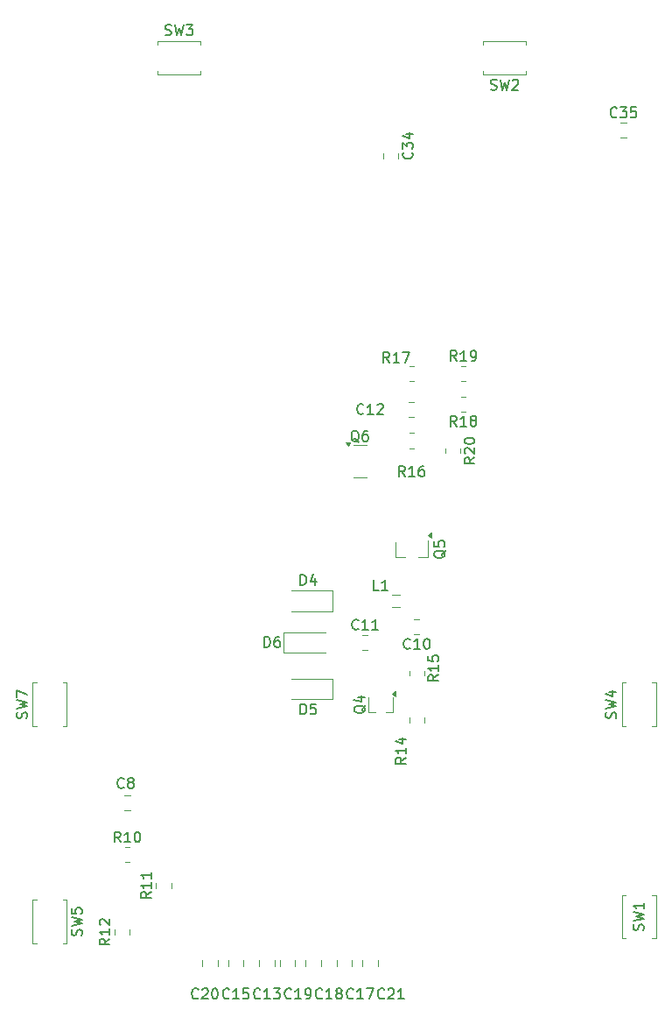
<source format=gbr>
%TF.GenerationSoftware,KiCad,Pcbnew,9.0.6*%
%TF.CreationDate,2025-11-23T22:18:04-05:00*%
%TF.ProjectId,EPD_HUB_ESP32,4550445f-4855-4425-9f45-535033322e6b,rev?*%
%TF.SameCoordinates,Original*%
%TF.FileFunction,Legend,Top*%
%TF.FilePolarity,Positive*%
%FSLAX46Y46*%
G04 Gerber Fmt 4.6, Leading zero omitted, Abs format (unit mm)*
G04 Created by KiCad (PCBNEW 9.0.6) date 2025-11-23 22:18:04*
%MOMM*%
%LPD*%
G01*
G04 APERTURE LIST*
%ADD10C,0.150000*%
%ADD11C,0.120000*%
G04 APERTURE END LIST*
D10*
X122605507Y-44757200D02*
X122748364Y-44804819D01*
X122748364Y-44804819D02*
X122986459Y-44804819D01*
X122986459Y-44804819D02*
X123081697Y-44757200D01*
X123081697Y-44757200D02*
X123129316Y-44709580D01*
X123129316Y-44709580D02*
X123176935Y-44614342D01*
X123176935Y-44614342D02*
X123176935Y-44519104D01*
X123176935Y-44519104D02*
X123129316Y-44423866D01*
X123129316Y-44423866D02*
X123081697Y-44376247D01*
X123081697Y-44376247D02*
X122986459Y-44328628D01*
X122986459Y-44328628D02*
X122795983Y-44281009D01*
X122795983Y-44281009D02*
X122700745Y-44233390D01*
X122700745Y-44233390D02*
X122653126Y-44185771D01*
X122653126Y-44185771D02*
X122605507Y-44090533D01*
X122605507Y-44090533D02*
X122605507Y-43995295D01*
X122605507Y-43995295D02*
X122653126Y-43900057D01*
X122653126Y-43900057D02*
X122700745Y-43852438D01*
X122700745Y-43852438D02*
X122795983Y-43804819D01*
X122795983Y-43804819D02*
X123034078Y-43804819D01*
X123034078Y-43804819D02*
X123176935Y-43852438D01*
X123510269Y-43804819D02*
X123748364Y-44804819D01*
X123748364Y-44804819D02*
X123938840Y-44090533D01*
X123938840Y-44090533D02*
X124129316Y-44804819D01*
X124129316Y-44804819D02*
X124367412Y-43804819D01*
X124653126Y-43804819D02*
X125272173Y-43804819D01*
X125272173Y-43804819D02*
X124938840Y-44185771D01*
X124938840Y-44185771D02*
X125081697Y-44185771D01*
X125081697Y-44185771D02*
X125176935Y-44233390D01*
X125176935Y-44233390D02*
X125224554Y-44281009D01*
X125224554Y-44281009D02*
X125272173Y-44376247D01*
X125272173Y-44376247D02*
X125272173Y-44614342D01*
X125272173Y-44614342D02*
X125224554Y-44709580D01*
X125224554Y-44709580D02*
X125176935Y-44757200D01*
X125176935Y-44757200D02*
X125081697Y-44804819D01*
X125081697Y-44804819D02*
X124795983Y-44804819D01*
X124795983Y-44804819D02*
X124700745Y-44757200D01*
X124700745Y-44757200D02*
X124653126Y-44709580D01*
X109196040Y-110833332D02*
X109243659Y-110690475D01*
X109243659Y-110690475D02*
X109243659Y-110452380D01*
X109243659Y-110452380D02*
X109196040Y-110357142D01*
X109196040Y-110357142D02*
X109148420Y-110309523D01*
X109148420Y-110309523D02*
X109053182Y-110261904D01*
X109053182Y-110261904D02*
X108957944Y-110261904D01*
X108957944Y-110261904D02*
X108862706Y-110309523D01*
X108862706Y-110309523D02*
X108815087Y-110357142D01*
X108815087Y-110357142D02*
X108767468Y-110452380D01*
X108767468Y-110452380D02*
X108719849Y-110642856D01*
X108719849Y-110642856D02*
X108672230Y-110738094D01*
X108672230Y-110738094D02*
X108624611Y-110785713D01*
X108624611Y-110785713D02*
X108529373Y-110833332D01*
X108529373Y-110833332D02*
X108434135Y-110833332D01*
X108434135Y-110833332D02*
X108338897Y-110785713D01*
X108338897Y-110785713D02*
X108291278Y-110738094D01*
X108291278Y-110738094D02*
X108243659Y-110642856D01*
X108243659Y-110642856D02*
X108243659Y-110404761D01*
X108243659Y-110404761D02*
X108291278Y-110261904D01*
X108243659Y-109928570D02*
X109243659Y-109690475D01*
X109243659Y-109690475D02*
X108529373Y-109499999D01*
X108529373Y-109499999D02*
X109243659Y-109309523D01*
X109243659Y-109309523D02*
X108243659Y-109071428D01*
X108243659Y-108785713D02*
X108243659Y-108119047D01*
X108243659Y-108119047D02*
X109243659Y-108547618D01*
X114496040Y-131833332D02*
X114543659Y-131690475D01*
X114543659Y-131690475D02*
X114543659Y-131452380D01*
X114543659Y-131452380D02*
X114496040Y-131357142D01*
X114496040Y-131357142D02*
X114448420Y-131309523D01*
X114448420Y-131309523D02*
X114353182Y-131261904D01*
X114353182Y-131261904D02*
X114257944Y-131261904D01*
X114257944Y-131261904D02*
X114162706Y-131309523D01*
X114162706Y-131309523D02*
X114115087Y-131357142D01*
X114115087Y-131357142D02*
X114067468Y-131452380D01*
X114067468Y-131452380D02*
X114019849Y-131642856D01*
X114019849Y-131642856D02*
X113972230Y-131738094D01*
X113972230Y-131738094D02*
X113924611Y-131785713D01*
X113924611Y-131785713D02*
X113829373Y-131833332D01*
X113829373Y-131833332D02*
X113734135Y-131833332D01*
X113734135Y-131833332D02*
X113638897Y-131785713D01*
X113638897Y-131785713D02*
X113591278Y-131738094D01*
X113591278Y-131738094D02*
X113543659Y-131642856D01*
X113543659Y-131642856D02*
X113543659Y-131404761D01*
X113543659Y-131404761D02*
X113591278Y-131261904D01*
X113543659Y-130928570D02*
X114543659Y-130690475D01*
X114543659Y-130690475D02*
X113829373Y-130499999D01*
X113829373Y-130499999D02*
X114543659Y-130309523D01*
X114543659Y-130309523D02*
X113543659Y-130071428D01*
X113543659Y-129214285D02*
X113543659Y-129690475D01*
X113543659Y-129690475D02*
X114019849Y-129738094D01*
X114019849Y-129738094D02*
X113972230Y-129690475D01*
X113972230Y-129690475D02*
X113924611Y-129595237D01*
X113924611Y-129595237D02*
X113924611Y-129357142D01*
X113924611Y-129357142D02*
X113972230Y-129261904D01*
X113972230Y-129261904D02*
X114019849Y-129214285D01*
X114019849Y-129214285D02*
X114115087Y-129166666D01*
X114115087Y-129166666D02*
X114353182Y-129166666D01*
X114353182Y-129166666D02*
X114448420Y-129214285D01*
X114448420Y-129214285D02*
X114496040Y-129261904D01*
X114496040Y-129261904D02*
X114543659Y-129357142D01*
X114543659Y-129357142D02*
X114543659Y-129595237D01*
X114543659Y-129595237D02*
X114496040Y-129690475D01*
X114496040Y-129690475D02*
X114448420Y-129738094D01*
X166196040Y-110833332D02*
X166243659Y-110690475D01*
X166243659Y-110690475D02*
X166243659Y-110452380D01*
X166243659Y-110452380D02*
X166196040Y-110357142D01*
X166196040Y-110357142D02*
X166148420Y-110309523D01*
X166148420Y-110309523D02*
X166053182Y-110261904D01*
X166053182Y-110261904D02*
X165957944Y-110261904D01*
X165957944Y-110261904D02*
X165862706Y-110309523D01*
X165862706Y-110309523D02*
X165815087Y-110357142D01*
X165815087Y-110357142D02*
X165767468Y-110452380D01*
X165767468Y-110452380D02*
X165719849Y-110642856D01*
X165719849Y-110642856D02*
X165672230Y-110738094D01*
X165672230Y-110738094D02*
X165624611Y-110785713D01*
X165624611Y-110785713D02*
X165529373Y-110833332D01*
X165529373Y-110833332D02*
X165434135Y-110833332D01*
X165434135Y-110833332D02*
X165338897Y-110785713D01*
X165338897Y-110785713D02*
X165291278Y-110738094D01*
X165291278Y-110738094D02*
X165243659Y-110642856D01*
X165243659Y-110642856D02*
X165243659Y-110404761D01*
X165243659Y-110404761D02*
X165291278Y-110261904D01*
X165243659Y-109928570D02*
X166243659Y-109690475D01*
X166243659Y-109690475D02*
X165529373Y-109499999D01*
X165529373Y-109499999D02*
X166243659Y-109309523D01*
X166243659Y-109309523D02*
X165243659Y-109071428D01*
X165576992Y-108261904D02*
X166243659Y-108261904D01*
X165196040Y-108499999D02*
X165910325Y-108738094D01*
X165910325Y-108738094D02*
X165910325Y-108119047D01*
X154105507Y-50057200D02*
X154248364Y-50104819D01*
X154248364Y-50104819D02*
X154486459Y-50104819D01*
X154486459Y-50104819D02*
X154581697Y-50057200D01*
X154581697Y-50057200D02*
X154629316Y-50009580D01*
X154629316Y-50009580D02*
X154676935Y-49914342D01*
X154676935Y-49914342D02*
X154676935Y-49819104D01*
X154676935Y-49819104D02*
X154629316Y-49723866D01*
X154629316Y-49723866D02*
X154581697Y-49676247D01*
X154581697Y-49676247D02*
X154486459Y-49628628D01*
X154486459Y-49628628D02*
X154295983Y-49581009D01*
X154295983Y-49581009D02*
X154200745Y-49533390D01*
X154200745Y-49533390D02*
X154153126Y-49485771D01*
X154153126Y-49485771D02*
X154105507Y-49390533D01*
X154105507Y-49390533D02*
X154105507Y-49295295D01*
X154105507Y-49295295D02*
X154153126Y-49200057D01*
X154153126Y-49200057D02*
X154200745Y-49152438D01*
X154200745Y-49152438D02*
X154295983Y-49104819D01*
X154295983Y-49104819D02*
X154534078Y-49104819D01*
X154534078Y-49104819D02*
X154676935Y-49152438D01*
X155010269Y-49104819D02*
X155248364Y-50104819D01*
X155248364Y-50104819D02*
X155438840Y-49390533D01*
X155438840Y-49390533D02*
X155629316Y-50104819D01*
X155629316Y-50104819D02*
X155867412Y-49104819D01*
X156200745Y-49200057D02*
X156248364Y-49152438D01*
X156248364Y-49152438D02*
X156343602Y-49104819D01*
X156343602Y-49104819D02*
X156581697Y-49104819D01*
X156581697Y-49104819D02*
X156676935Y-49152438D01*
X156676935Y-49152438D02*
X156724554Y-49200057D01*
X156724554Y-49200057D02*
X156772173Y-49295295D01*
X156772173Y-49295295D02*
X156772173Y-49390533D01*
X156772173Y-49390533D02*
X156724554Y-49533390D01*
X156724554Y-49533390D02*
X156153126Y-50104819D01*
X156153126Y-50104819D02*
X156772173Y-50104819D01*
X168846040Y-131333332D02*
X168893659Y-131190475D01*
X168893659Y-131190475D02*
X168893659Y-130952380D01*
X168893659Y-130952380D02*
X168846040Y-130857142D01*
X168846040Y-130857142D02*
X168798420Y-130809523D01*
X168798420Y-130809523D02*
X168703182Y-130761904D01*
X168703182Y-130761904D02*
X168607944Y-130761904D01*
X168607944Y-130761904D02*
X168512706Y-130809523D01*
X168512706Y-130809523D02*
X168465087Y-130857142D01*
X168465087Y-130857142D02*
X168417468Y-130952380D01*
X168417468Y-130952380D02*
X168369849Y-131142856D01*
X168369849Y-131142856D02*
X168322230Y-131238094D01*
X168322230Y-131238094D02*
X168274611Y-131285713D01*
X168274611Y-131285713D02*
X168179373Y-131333332D01*
X168179373Y-131333332D02*
X168084135Y-131333332D01*
X168084135Y-131333332D02*
X167988897Y-131285713D01*
X167988897Y-131285713D02*
X167941278Y-131238094D01*
X167941278Y-131238094D02*
X167893659Y-131142856D01*
X167893659Y-131142856D02*
X167893659Y-130904761D01*
X167893659Y-130904761D02*
X167941278Y-130761904D01*
X167893659Y-130428570D02*
X168893659Y-130190475D01*
X168893659Y-130190475D02*
X168179373Y-129999999D01*
X168179373Y-129999999D02*
X168893659Y-129809523D01*
X168893659Y-129809523D02*
X167893659Y-129571428D01*
X168893659Y-128666666D02*
X168893659Y-129238094D01*
X168893659Y-128952380D02*
X167893659Y-128952380D01*
X167893659Y-128952380D02*
X168036516Y-129047618D01*
X168036516Y-129047618D02*
X168131754Y-129142856D01*
X168131754Y-129142856D02*
X168179373Y-129238094D01*
X149043659Y-106642857D02*
X148567468Y-106976190D01*
X149043659Y-107214285D02*
X148043659Y-107214285D01*
X148043659Y-107214285D02*
X148043659Y-106833333D01*
X148043659Y-106833333D02*
X148091278Y-106738095D01*
X148091278Y-106738095D02*
X148138897Y-106690476D01*
X148138897Y-106690476D02*
X148234135Y-106642857D01*
X148234135Y-106642857D02*
X148376992Y-106642857D01*
X148376992Y-106642857D02*
X148472230Y-106690476D01*
X148472230Y-106690476D02*
X148519849Y-106738095D01*
X148519849Y-106738095D02*
X148567468Y-106833333D01*
X148567468Y-106833333D02*
X148567468Y-107214285D01*
X149043659Y-105690476D02*
X149043659Y-106261904D01*
X149043659Y-105976190D02*
X148043659Y-105976190D01*
X148043659Y-105976190D02*
X148186516Y-106071428D01*
X148186516Y-106071428D02*
X148281754Y-106166666D01*
X148281754Y-106166666D02*
X148329373Y-106261904D01*
X148043659Y-104785714D02*
X148043659Y-105261904D01*
X148043659Y-105261904D02*
X148519849Y-105309523D01*
X148519849Y-105309523D02*
X148472230Y-105261904D01*
X148472230Y-105261904D02*
X148424611Y-105166666D01*
X148424611Y-105166666D02*
X148424611Y-104928571D01*
X148424611Y-104928571D02*
X148472230Y-104833333D01*
X148472230Y-104833333D02*
X148519849Y-104785714D01*
X148519849Y-104785714D02*
X148615087Y-104738095D01*
X148615087Y-104738095D02*
X148853182Y-104738095D01*
X148853182Y-104738095D02*
X148948420Y-104785714D01*
X148948420Y-104785714D02*
X148996040Y-104833333D01*
X148996040Y-104833333D02*
X149043659Y-104928571D01*
X149043659Y-104928571D02*
X149043659Y-105166666D01*
X149043659Y-105166666D02*
X148996040Y-105261904D01*
X148996040Y-105261904D02*
X148948420Y-105309523D01*
X141795982Y-81359580D02*
X141748363Y-81407200D01*
X141748363Y-81407200D02*
X141605506Y-81454819D01*
X141605506Y-81454819D02*
X141510268Y-81454819D01*
X141510268Y-81454819D02*
X141367411Y-81407200D01*
X141367411Y-81407200D02*
X141272173Y-81311961D01*
X141272173Y-81311961D02*
X141224554Y-81216723D01*
X141224554Y-81216723D02*
X141176935Y-81026247D01*
X141176935Y-81026247D02*
X141176935Y-80883390D01*
X141176935Y-80883390D02*
X141224554Y-80692914D01*
X141224554Y-80692914D02*
X141272173Y-80597676D01*
X141272173Y-80597676D02*
X141367411Y-80502438D01*
X141367411Y-80502438D02*
X141510268Y-80454819D01*
X141510268Y-80454819D02*
X141605506Y-80454819D01*
X141605506Y-80454819D02*
X141748363Y-80502438D01*
X141748363Y-80502438D02*
X141795982Y-80550057D01*
X142748363Y-81454819D02*
X142176935Y-81454819D01*
X142462649Y-81454819D02*
X142462649Y-80454819D01*
X142462649Y-80454819D02*
X142367411Y-80597676D01*
X142367411Y-80597676D02*
X142272173Y-80692914D01*
X142272173Y-80692914D02*
X142176935Y-80740533D01*
X143129316Y-80550057D02*
X143176935Y-80502438D01*
X143176935Y-80502438D02*
X143272173Y-80454819D01*
X143272173Y-80454819D02*
X143510268Y-80454819D01*
X143510268Y-80454819D02*
X143605506Y-80502438D01*
X143605506Y-80502438D02*
X143653125Y-80550057D01*
X143653125Y-80550057D02*
X143700744Y-80645295D01*
X143700744Y-80645295D02*
X143700744Y-80740533D01*
X143700744Y-80740533D02*
X143653125Y-80883390D01*
X143653125Y-80883390D02*
X143081697Y-81454819D01*
X143081697Y-81454819D02*
X143700744Y-81454819D01*
X135700745Y-97954819D02*
X135700745Y-96954819D01*
X135700745Y-96954819D02*
X135938840Y-96954819D01*
X135938840Y-96954819D02*
X136081697Y-97002438D01*
X136081697Y-97002438D02*
X136176935Y-97097676D01*
X136176935Y-97097676D02*
X136224554Y-97192914D01*
X136224554Y-97192914D02*
X136272173Y-97383390D01*
X136272173Y-97383390D02*
X136272173Y-97526247D01*
X136272173Y-97526247D02*
X136224554Y-97716723D01*
X136224554Y-97716723D02*
X136176935Y-97811961D01*
X136176935Y-97811961D02*
X136081697Y-97907200D01*
X136081697Y-97907200D02*
X135938840Y-97954819D01*
X135938840Y-97954819D02*
X135700745Y-97954819D01*
X137129316Y-97288152D02*
X137129316Y-97954819D01*
X136891221Y-96907200D02*
X136653126Y-97621485D01*
X136653126Y-97621485D02*
X137272173Y-97621485D01*
X141988897Y-109595238D02*
X141941278Y-109690476D01*
X141941278Y-109690476D02*
X141846040Y-109785714D01*
X141846040Y-109785714D02*
X141703182Y-109928571D01*
X141703182Y-109928571D02*
X141655563Y-110023809D01*
X141655563Y-110023809D02*
X141655563Y-110119047D01*
X141893659Y-110071428D02*
X141846040Y-110166666D01*
X141846040Y-110166666D02*
X141750801Y-110261904D01*
X141750801Y-110261904D02*
X141560325Y-110309523D01*
X141560325Y-110309523D02*
X141226992Y-110309523D01*
X141226992Y-110309523D02*
X141036516Y-110261904D01*
X141036516Y-110261904D02*
X140941278Y-110166666D01*
X140941278Y-110166666D02*
X140893659Y-110071428D01*
X140893659Y-110071428D02*
X140893659Y-109880952D01*
X140893659Y-109880952D02*
X140941278Y-109785714D01*
X140941278Y-109785714D02*
X141036516Y-109690476D01*
X141036516Y-109690476D02*
X141226992Y-109642857D01*
X141226992Y-109642857D02*
X141560325Y-109642857D01*
X141560325Y-109642857D02*
X141750801Y-109690476D01*
X141750801Y-109690476D02*
X141846040Y-109785714D01*
X141846040Y-109785714D02*
X141893659Y-109880952D01*
X141893659Y-109880952D02*
X141893659Y-110071428D01*
X141226992Y-108785714D02*
X141893659Y-108785714D01*
X140846040Y-109023809D02*
X141560325Y-109261904D01*
X141560325Y-109261904D02*
X141560325Y-108642857D01*
X145893659Y-114642857D02*
X145417468Y-114976190D01*
X145893659Y-115214285D02*
X144893659Y-115214285D01*
X144893659Y-115214285D02*
X144893659Y-114833333D01*
X144893659Y-114833333D02*
X144941278Y-114738095D01*
X144941278Y-114738095D02*
X144988897Y-114690476D01*
X144988897Y-114690476D02*
X145084135Y-114642857D01*
X145084135Y-114642857D02*
X145226992Y-114642857D01*
X145226992Y-114642857D02*
X145322230Y-114690476D01*
X145322230Y-114690476D02*
X145369849Y-114738095D01*
X145369849Y-114738095D02*
X145417468Y-114833333D01*
X145417468Y-114833333D02*
X145417468Y-115214285D01*
X145893659Y-113690476D02*
X145893659Y-114261904D01*
X145893659Y-113976190D02*
X144893659Y-113976190D01*
X144893659Y-113976190D02*
X145036516Y-114071428D01*
X145036516Y-114071428D02*
X145131754Y-114166666D01*
X145131754Y-114166666D02*
X145179373Y-114261904D01*
X145226992Y-112833333D02*
X145893659Y-112833333D01*
X144846040Y-113071428D02*
X145560325Y-113309523D01*
X145560325Y-113309523D02*
X145560325Y-112690476D01*
X149738897Y-94595238D02*
X149691278Y-94690476D01*
X149691278Y-94690476D02*
X149596040Y-94785714D01*
X149596040Y-94785714D02*
X149453182Y-94928571D01*
X149453182Y-94928571D02*
X149405563Y-95023809D01*
X149405563Y-95023809D02*
X149405563Y-95119047D01*
X149643659Y-95071428D02*
X149596040Y-95166666D01*
X149596040Y-95166666D02*
X149500801Y-95261904D01*
X149500801Y-95261904D02*
X149310325Y-95309523D01*
X149310325Y-95309523D02*
X148976992Y-95309523D01*
X148976992Y-95309523D02*
X148786516Y-95261904D01*
X148786516Y-95261904D02*
X148691278Y-95166666D01*
X148691278Y-95166666D02*
X148643659Y-95071428D01*
X148643659Y-95071428D02*
X148643659Y-94880952D01*
X148643659Y-94880952D02*
X148691278Y-94785714D01*
X148691278Y-94785714D02*
X148786516Y-94690476D01*
X148786516Y-94690476D02*
X148976992Y-94642857D01*
X148976992Y-94642857D02*
X149310325Y-94642857D01*
X149310325Y-94642857D02*
X149500801Y-94690476D01*
X149500801Y-94690476D02*
X149596040Y-94785714D01*
X149596040Y-94785714D02*
X149643659Y-94880952D01*
X149643659Y-94880952D02*
X149643659Y-95071428D01*
X148643659Y-93738095D02*
X148643659Y-94214285D01*
X148643659Y-94214285D02*
X149119849Y-94261904D01*
X149119849Y-94261904D02*
X149072230Y-94214285D01*
X149072230Y-94214285D02*
X149024611Y-94119047D01*
X149024611Y-94119047D02*
X149024611Y-93880952D01*
X149024611Y-93880952D02*
X149072230Y-93785714D01*
X149072230Y-93785714D02*
X149119849Y-93738095D01*
X149119849Y-93738095D02*
X149215087Y-93690476D01*
X149215087Y-93690476D02*
X149453182Y-93690476D01*
X149453182Y-93690476D02*
X149548420Y-93738095D01*
X149548420Y-93738095D02*
X149596040Y-93785714D01*
X149596040Y-93785714D02*
X149643659Y-93880952D01*
X149643659Y-93880952D02*
X149643659Y-94119047D01*
X149643659Y-94119047D02*
X149596040Y-94214285D01*
X149596040Y-94214285D02*
X149548420Y-94261904D01*
X152543659Y-85642857D02*
X152067468Y-85976190D01*
X152543659Y-86214285D02*
X151543659Y-86214285D01*
X151543659Y-86214285D02*
X151543659Y-85833333D01*
X151543659Y-85833333D02*
X151591278Y-85738095D01*
X151591278Y-85738095D02*
X151638897Y-85690476D01*
X151638897Y-85690476D02*
X151734135Y-85642857D01*
X151734135Y-85642857D02*
X151876992Y-85642857D01*
X151876992Y-85642857D02*
X151972230Y-85690476D01*
X151972230Y-85690476D02*
X152019849Y-85738095D01*
X152019849Y-85738095D02*
X152067468Y-85833333D01*
X152067468Y-85833333D02*
X152067468Y-86214285D01*
X151638897Y-85261904D02*
X151591278Y-85214285D01*
X151591278Y-85214285D02*
X151543659Y-85119047D01*
X151543659Y-85119047D02*
X151543659Y-84880952D01*
X151543659Y-84880952D02*
X151591278Y-84785714D01*
X151591278Y-84785714D02*
X151638897Y-84738095D01*
X151638897Y-84738095D02*
X151734135Y-84690476D01*
X151734135Y-84690476D02*
X151829373Y-84690476D01*
X151829373Y-84690476D02*
X151972230Y-84738095D01*
X151972230Y-84738095D02*
X152543659Y-85309523D01*
X152543659Y-85309523D02*
X152543659Y-84690476D01*
X151543659Y-84071428D02*
X151543659Y-83976190D01*
X151543659Y-83976190D02*
X151591278Y-83880952D01*
X151591278Y-83880952D02*
X151638897Y-83833333D01*
X151638897Y-83833333D02*
X151734135Y-83785714D01*
X151734135Y-83785714D02*
X151924611Y-83738095D01*
X151924611Y-83738095D02*
X152162706Y-83738095D01*
X152162706Y-83738095D02*
X152353182Y-83785714D01*
X152353182Y-83785714D02*
X152448420Y-83833333D01*
X152448420Y-83833333D02*
X152496040Y-83880952D01*
X152496040Y-83880952D02*
X152543659Y-83976190D01*
X152543659Y-83976190D02*
X152543659Y-84071428D01*
X152543659Y-84071428D02*
X152496040Y-84166666D01*
X152496040Y-84166666D02*
X152448420Y-84214285D01*
X152448420Y-84214285D02*
X152353182Y-84261904D01*
X152353182Y-84261904D02*
X152162706Y-84309523D01*
X152162706Y-84309523D02*
X151924611Y-84309523D01*
X151924611Y-84309523D02*
X151734135Y-84261904D01*
X151734135Y-84261904D02*
X151638897Y-84214285D01*
X151638897Y-84214285D02*
X151591278Y-84166666D01*
X151591278Y-84166666D02*
X151543659Y-84071428D01*
X141343601Y-84150057D02*
X141248363Y-84102438D01*
X141248363Y-84102438D02*
X141153125Y-84007200D01*
X141153125Y-84007200D02*
X141010268Y-83864342D01*
X141010268Y-83864342D02*
X140915030Y-83816723D01*
X140915030Y-83816723D02*
X140819792Y-83816723D01*
X140867411Y-84054819D02*
X140772173Y-84007200D01*
X140772173Y-84007200D02*
X140676935Y-83911961D01*
X140676935Y-83911961D02*
X140629316Y-83721485D01*
X140629316Y-83721485D02*
X140629316Y-83388152D01*
X140629316Y-83388152D02*
X140676935Y-83197676D01*
X140676935Y-83197676D02*
X140772173Y-83102438D01*
X140772173Y-83102438D02*
X140867411Y-83054819D01*
X140867411Y-83054819D02*
X141057887Y-83054819D01*
X141057887Y-83054819D02*
X141153125Y-83102438D01*
X141153125Y-83102438D02*
X141248363Y-83197676D01*
X141248363Y-83197676D02*
X141295982Y-83388152D01*
X141295982Y-83388152D02*
X141295982Y-83721485D01*
X141295982Y-83721485D02*
X141248363Y-83911961D01*
X141248363Y-83911961D02*
X141153125Y-84007200D01*
X141153125Y-84007200D02*
X141057887Y-84054819D01*
X141057887Y-84054819D02*
X140867411Y-84054819D01*
X142153125Y-83054819D02*
X141962649Y-83054819D01*
X141962649Y-83054819D02*
X141867411Y-83102438D01*
X141867411Y-83102438D02*
X141819792Y-83150057D01*
X141819792Y-83150057D02*
X141724554Y-83292914D01*
X141724554Y-83292914D02*
X141676935Y-83483390D01*
X141676935Y-83483390D02*
X141676935Y-83864342D01*
X141676935Y-83864342D02*
X141724554Y-83959580D01*
X141724554Y-83959580D02*
X141772173Y-84007200D01*
X141772173Y-84007200D02*
X141867411Y-84054819D01*
X141867411Y-84054819D02*
X142057887Y-84054819D01*
X142057887Y-84054819D02*
X142153125Y-84007200D01*
X142153125Y-84007200D02*
X142200744Y-83959580D01*
X142200744Y-83959580D02*
X142248363Y-83864342D01*
X142248363Y-83864342D02*
X142248363Y-83626247D01*
X142248363Y-83626247D02*
X142200744Y-83531009D01*
X142200744Y-83531009D02*
X142153125Y-83483390D01*
X142153125Y-83483390D02*
X142057887Y-83435771D01*
X142057887Y-83435771D02*
X141867411Y-83435771D01*
X141867411Y-83435771D02*
X141772173Y-83483390D01*
X141772173Y-83483390D02*
X141724554Y-83531009D01*
X141724554Y-83531009D02*
X141676935Y-83626247D01*
X132200745Y-103954819D02*
X132200745Y-102954819D01*
X132200745Y-102954819D02*
X132438840Y-102954819D01*
X132438840Y-102954819D02*
X132581697Y-103002438D01*
X132581697Y-103002438D02*
X132676935Y-103097676D01*
X132676935Y-103097676D02*
X132724554Y-103192914D01*
X132724554Y-103192914D02*
X132772173Y-103383390D01*
X132772173Y-103383390D02*
X132772173Y-103526247D01*
X132772173Y-103526247D02*
X132724554Y-103716723D01*
X132724554Y-103716723D02*
X132676935Y-103811961D01*
X132676935Y-103811961D02*
X132581697Y-103907200D01*
X132581697Y-103907200D02*
X132438840Y-103954819D01*
X132438840Y-103954819D02*
X132200745Y-103954819D01*
X133629316Y-102954819D02*
X133438840Y-102954819D01*
X133438840Y-102954819D02*
X133343602Y-103002438D01*
X133343602Y-103002438D02*
X133295983Y-103050057D01*
X133295983Y-103050057D02*
X133200745Y-103192914D01*
X133200745Y-103192914D02*
X133153126Y-103383390D01*
X133153126Y-103383390D02*
X133153126Y-103764342D01*
X133153126Y-103764342D02*
X133200745Y-103859580D01*
X133200745Y-103859580D02*
X133248364Y-103907200D01*
X133248364Y-103907200D02*
X133343602Y-103954819D01*
X133343602Y-103954819D02*
X133534078Y-103954819D01*
X133534078Y-103954819D02*
X133629316Y-103907200D01*
X133629316Y-103907200D02*
X133676935Y-103859580D01*
X133676935Y-103859580D02*
X133724554Y-103764342D01*
X133724554Y-103764342D02*
X133724554Y-103526247D01*
X133724554Y-103526247D02*
X133676935Y-103431009D01*
X133676935Y-103431009D02*
X133629316Y-103383390D01*
X133629316Y-103383390D02*
X133534078Y-103335771D01*
X133534078Y-103335771D02*
X133343602Y-103335771D01*
X133343602Y-103335771D02*
X133248364Y-103383390D01*
X133248364Y-103383390D02*
X133200745Y-103431009D01*
X133200745Y-103431009D02*
X133153126Y-103526247D01*
X141295982Y-102179580D02*
X141248363Y-102227200D01*
X141248363Y-102227200D02*
X141105506Y-102274819D01*
X141105506Y-102274819D02*
X141010268Y-102274819D01*
X141010268Y-102274819D02*
X140867411Y-102227200D01*
X140867411Y-102227200D02*
X140772173Y-102131961D01*
X140772173Y-102131961D02*
X140724554Y-102036723D01*
X140724554Y-102036723D02*
X140676935Y-101846247D01*
X140676935Y-101846247D02*
X140676935Y-101703390D01*
X140676935Y-101703390D02*
X140724554Y-101512914D01*
X140724554Y-101512914D02*
X140772173Y-101417676D01*
X140772173Y-101417676D02*
X140867411Y-101322438D01*
X140867411Y-101322438D02*
X141010268Y-101274819D01*
X141010268Y-101274819D02*
X141105506Y-101274819D01*
X141105506Y-101274819D02*
X141248363Y-101322438D01*
X141248363Y-101322438D02*
X141295982Y-101370057D01*
X142248363Y-102274819D02*
X141676935Y-102274819D01*
X141962649Y-102274819D02*
X141962649Y-101274819D01*
X141962649Y-101274819D02*
X141867411Y-101417676D01*
X141867411Y-101417676D02*
X141772173Y-101512914D01*
X141772173Y-101512914D02*
X141676935Y-101560533D01*
X143200744Y-102274819D02*
X142629316Y-102274819D01*
X142915030Y-102274819D02*
X142915030Y-101274819D01*
X142915030Y-101274819D02*
X142819792Y-101417676D01*
X142819792Y-101417676D02*
X142724554Y-101512914D01*
X142724554Y-101512914D02*
X142629316Y-101560533D01*
X150795982Y-82604819D02*
X150462649Y-82128628D01*
X150224554Y-82604819D02*
X150224554Y-81604819D01*
X150224554Y-81604819D02*
X150605506Y-81604819D01*
X150605506Y-81604819D02*
X150700744Y-81652438D01*
X150700744Y-81652438D02*
X150748363Y-81700057D01*
X150748363Y-81700057D02*
X150795982Y-81795295D01*
X150795982Y-81795295D02*
X150795982Y-81938152D01*
X150795982Y-81938152D02*
X150748363Y-82033390D01*
X150748363Y-82033390D02*
X150700744Y-82081009D01*
X150700744Y-82081009D02*
X150605506Y-82128628D01*
X150605506Y-82128628D02*
X150224554Y-82128628D01*
X151748363Y-82604819D02*
X151176935Y-82604819D01*
X151462649Y-82604819D02*
X151462649Y-81604819D01*
X151462649Y-81604819D02*
X151367411Y-81747676D01*
X151367411Y-81747676D02*
X151272173Y-81842914D01*
X151272173Y-81842914D02*
X151176935Y-81890533D01*
X152319792Y-82033390D02*
X152224554Y-81985771D01*
X152224554Y-81985771D02*
X152176935Y-81938152D01*
X152176935Y-81938152D02*
X152129316Y-81842914D01*
X152129316Y-81842914D02*
X152129316Y-81795295D01*
X152129316Y-81795295D02*
X152176935Y-81700057D01*
X152176935Y-81700057D02*
X152224554Y-81652438D01*
X152224554Y-81652438D02*
X152319792Y-81604819D01*
X152319792Y-81604819D02*
X152510268Y-81604819D01*
X152510268Y-81604819D02*
X152605506Y-81652438D01*
X152605506Y-81652438D02*
X152653125Y-81700057D01*
X152653125Y-81700057D02*
X152700744Y-81795295D01*
X152700744Y-81795295D02*
X152700744Y-81842914D01*
X152700744Y-81842914D02*
X152653125Y-81938152D01*
X152653125Y-81938152D02*
X152605506Y-81985771D01*
X152605506Y-81985771D02*
X152510268Y-82033390D01*
X152510268Y-82033390D02*
X152319792Y-82033390D01*
X152319792Y-82033390D02*
X152224554Y-82081009D01*
X152224554Y-82081009D02*
X152176935Y-82128628D01*
X152176935Y-82128628D02*
X152129316Y-82223866D01*
X152129316Y-82223866D02*
X152129316Y-82414342D01*
X152129316Y-82414342D02*
X152176935Y-82509580D01*
X152176935Y-82509580D02*
X152224554Y-82557200D01*
X152224554Y-82557200D02*
X152319792Y-82604819D01*
X152319792Y-82604819D02*
X152510268Y-82604819D01*
X152510268Y-82604819D02*
X152605506Y-82557200D01*
X152605506Y-82557200D02*
X152653125Y-82509580D01*
X152653125Y-82509580D02*
X152700744Y-82414342D01*
X152700744Y-82414342D02*
X152700744Y-82223866D01*
X152700744Y-82223866D02*
X152653125Y-82128628D01*
X152653125Y-82128628D02*
X152605506Y-82081009D01*
X152605506Y-82081009D02*
X152510268Y-82033390D01*
X144295982Y-76454819D02*
X143962649Y-75978628D01*
X143724554Y-76454819D02*
X143724554Y-75454819D01*
X143724554Y-75454819D02*
X144105506Y-75454819D01*
X144105506Y-75454819D02*
X144200744Y-75502438D01*
X144200744Y-75502438D02*
X144248363Y-75550057D01*
X144248363Y-75550057D02*
X144295982Y-75645295D01*
X144295982Y-75645295D02*
X144295982Y-75788152D01*
X144295982Y-75788152D02*
X144248363Y-75883390D01*
X144248363Y-75883390D02*
X144200744Y-75931009D01*
X144200744Y-75931009D02*
X144105506Y-75978628D01*
X144105506Y-75978628D02*
X143724554Y-75978628D01*
X145248363Y-76454819D02*
X144676935Y-76454819D01*
X144962649Y-76454819D02*
X144962649Y-75454819D01*
X144962649Y-75454819D02*
X144867411Y-75597676D01*
X144867411Y-75597676D02*
X144772173Y-75692914D01*
X144772173Y-75692914D02*
X144676935Y-75740533D01*
X145581697Y-75454819D02*
X146248363Y-75454819D01*
X146248363Y-75454819D02*
X145819792Y-76454819D01*
X146295982Y-104039580D02*
X146248363Y-104087200D01*
X146248363Y-104087200D02*
X146105506Y-104134819D01*
X146105506Y-104134819D02*
X146010268Y-104134819D01*
X146010268Y-104134819D02*
X145867411Y-104087200D01*
X145867411Y-104087200D02*
X145772173Y-103991961D01*
X145772173Y-103991961D02*
X145724554Y-103896723D01*
X145724554Y-103896723D02*
X145676935Y-103706247D01*
X145676935Y-103706247D02*
X145676935Y-103563390D01*
X145676935Y-103563390D02*
X145724554Y-103372914D01*
X145724554Y-103372914D02*
X145772173Y-103277676D01*
X145772173Y-103277676D02*
X145867411Y-103182438D01*
X145867411Y-103182438D02*
X146010268Y-103134819D01*
X146010268Y-103134819D02*
X146105506Y-103134819D01*
X146105506Y-103134819D02*
X146248363Y-103182438D01*
X146248363Y-103182438D02*
X146295982Y-103230057D01*
X147248363Y-104134819D02*
X146676935Y-104134819D01*
X146962649Y-104134819D02*
X146962649Y-103134819D01*
X146962649Y-103134819D02*
X146867411Y-103277676D01*
X146867411Y-103277676D02*
X146772173Y-103372914D01*
X146772173Y-103372914D02*
X146676935Y-103420533D01*
X147867411Y-103134819D02*
X147962649Y-103134819D01*
X147962649Y-103134819D02*
X148057887Y-103182438D01*
X148057887Y-103182438D02*
X148105506Y-103230057D01*
X148105506Y-103230057D02*
X148153125Y-103325295D01*
X148153125Y-103325295D02*
X148200744Y-103515771D01*
X148200744Y-103515771D02*
X148200744Y-103753866D01*
X148200744Y-103753866D02*
X148153125Y-103944342D01*
X148153125Y-103944342D02*
X148105506Y-104039580D01*
X148105506Y-104039580D02*
X148057887Y-104087200D01*
X148057887Y-104087200D02*
X147962649Y-104134819D01*
X147962649Y-104134819D02*
X147867411Y-104134819D01*
X147867411Y-104134819D02*
X147772173Y-104087200D01*
X147772173Y-104087200D02*
X147724554Y-104039580D01*
X147724554Y-104039580D02*
X147676935Y-103944342D01*
X147676935Y-103944342D02*
X147629316Y-103753866D01*
X147629316Y-103753866D02*
X147629316Y-103515771D01*
X147629316Y-103515771D02*
X147676935Y-103325295D01*
X147676935Y-103325295D02*
X147724554Y-103230057D01*
X147724554Y-103230057D02*
X147772173Y-103182438D01*
X147772173Y-103182438D02*
X147867411Y-103134819D01*
X145795982Y-87454819D02*
X145462649Y-86978628D01*
X145224554Y-87454819D02*
X145224554Y-86454819D01*
X145224554Y-86454819D02*
X145605506Y-86454819D01*
X145605506Y-86454819D02*
X145700744Y-86502438D01*
X145700744Y-86502438D02*
X145748363Y-86550057D01*
X145748363Y-86550057D02*
X145795982Y-86645295D01*
X145795982Y-86645295D02*
X145795982Y-86788152D01*
X145795982Y-86788152D02*
X145748363Y-86883390D01*
X145748363Y-86883390D02*
X145700744Y-86931009D01*
X145700744Y-86931009D02*
X145605506Y-86978628D01*
X145605506Y-86978628D02*
X145224554Y-86978628D01*
X146748363Y-87454819D02*
X146176935Y-87454819D01*
X146462649Y-87454819D02*
X146462649Y-86454819D01*
X146462649Y-86454819D02*
X146367411Y-86597676D01*
X146367411Y-86597676D02*
X146272173Y-86692914D01*
X146272173Y-86692914D02*
X146176935Y-86740533D01*
X147605506Y-86454819D02*
X147415030Y-86454819D01*
X147415030Y-86454819D02*
X147319792Y-86502438D01*
X147319792Y-86502438D02*
X147272173Y-86550057D01*
X147272173Y-86550057D02*
X147176935Y-86692914D01*
X147176935Y-86692914D02*
X147129316Y-86883390D01*
X147129316Y-86883390D02*
X147129316Y-87264342D01*
X147129316Y-87264342D02*
X147176935Y-87359580D01*
X147176935Y-87359580D02*
X147224554Y-87407200D01*
X147224554Y-87407200D02*
X147319792Y-87454819D01*
X147319792Y-87454819D02*
X147510268Y-87454819D01*
X147510268Y-87454819D02*
X147605506Y-87407200D01*
X147605506Y-87407200D02*
X147653125Y-87359580D01*
X147653125Y-87359580D02*
X147700744Y-87264342D01*
X147700744Y-87264342D02*
X147700744Y-87026247D01*
X147700744Y-87026247D02*
X147653125Y-86931009D01*
X147653125Y-86931009D02*
X147605506Y-86883390D01*
X147605506Y-86883390D02*
X147510268Y-86835771D01*
X147510268Y-86835771D02*
X147319792Y-86835771D01*
X147319792Y-86835771D02*
X147224554Y-86883390D01*
X147224554Y-86883390D02*
X147176935Y-86931009D01*
X147176935Y-86931009D02*
X147129316Y-87026247D01*
X135700745Y-110454819D02*
X135700745Y-109454819D01*
X135700745Y-109454819D02*
X135938840Y-109454819D01*
X135938840Y-109454819D02*
X136081697Y-109502438D01*
X136081697Y-109502438D02*
X136176935Y-109597676D01*
X136176935Y-109597676D02*
X136224554Y-109692914D01*
X136224554Y-109692914D02*
X136272173Y-109883390D01*
X136272173Y-109883390D02*
X136272173Y-110026247D01*
X136272173Y-110026247D02*
X136224554Y-110216723D01*
X136224554Y-110216723D02*
X136176935Y-110311961D01*
X136176935Y-110311961D02*
X136081697Y-110407200D01*
X136081697Y-110407200D02*
X135938840Y-110454819D01*
X135938840Y-110454819D02*
X135700745Y-110454819D01*
X137176935Y-109454819D02*
X136700745Y-109454819D01*
X136700745Y-109454819D02*
X136653126Y-109931009D01*
X136653126Y-109931009D02*
X136700745Y-109883390D01*
X136700745Y-109883390D02*
X136795983Y-109835771D01*
X136795983Y-109835771D02*
X137034078Y-109835771D01*
X137034078Y-109835771D02*
X137129316Y-109883390D01*
X137129316Y-109883390D02*
X137176935Y-109931009D01*
X137176935Y-109931009D02*
X137224554Y-110026247D01*
X137224554Y-110026247D02*
X137224554Y-110264342D01*
X137224554Y-110264342D02*
X137176935Y-110359580D01*
X137176935Y-110359580D02*
X137129316Y-110407200D01*
X137129316Y-110407200D02*
X137034078Y-110454819D01*
X137034078Y-110454819D02*
X136795983Y-110454819D01*
X136795983Y-110454819D02*
X136700745Y-110407200D01*
X136700745Y-110407200D02*
X136653126Y-110359580D01*
X150795982Y-76304819D02*
X150462649Y-75828628D01*
X150224554Y-76304819D02*
X150224554Y-75304819D01*
X150224554Y-75304819D02*
X150605506Y-75304819D01*
X150605506Y-75304819D02*
X150700744Y-75352438D01*
X150700744Y-75352438D02*
X150748363Y-75400057D01*
X150748363Y-75400057D02*
X150795982Y-75495295D01*
X150795982Y-75495295D02*
X150795982Y-75638152D01*
X150795982Y-75638152D02*
X150748363Y-75733390D01*
X150748363Y-75733390D02*
X150700744Y-75781009D01*
X150700744Y-75781009D02*
X150605506Y-75828628D01*
X150605506Y-75828628D02*
X150224554Y-75828628D01*
X151748363Y-76304819D02*
X151176935Y-76304819D01*
X151462649Y-76304819D02*
X151462649Y-75304819D01*
X151462649Y-75304819D02*
X151367411Y-75447676D01*
X151367411Y-75447676D02*
X151272173Y-75542914D01*
X151272173Y-75542914D02*
X151176935Y-75590533D01*
X152224554Y-76304819D02*
X152415030Y-76304819D01*
X152415030Y-76304819D02*
X152510268Y-76257200D01*
X152510268Y-76257200D02*
X152557887Y-76209580D01*
X152557887Y-76209580D02*
X152653125Y-76066723D01*
X152653125Y-76066723D02*
X152700744Y-75876247D01*
X152700744Y-75876247D02*
X152700744Y-75495295D01*
X152700744Y-75495295D02*
X152653125Y-75400057D01*
X152653125Y-75400057D02*
X152605506Y-75352438D01*
X152605506Y-75352438D02*
X152510268Y-75304819D01*
X152510268Y-75304819D02*
X152319792Y-75304819D01*
X152319792Y-75304819D02*
X152224554Y-75352438D01*
X152224554Y-75352438D02*
X152176935Y-75400057D01*
X152176935Y-75400057D02*
X152129316Y-75495295D01*
X152129316Y-75495295D02*
X152129316Y-75733390D01*
X152129316Y-75733390D02*
X152176935Y-75828628D01*
X152176935Y-75828628D02*
X152224554Y-75876247D01*
X152224554Y-75876247D02*
X152319792Y-75923866D01*
X152319792Y-75923866D02*
X152510268Y-75923866D01*
X152510268Y-75923866D02*
X152605506Y-75876247D01*
X152605506Y-75876247D02*
X152653125Y-75828628D01*
X152653125Y-75828628D02*
X152700744Y-75733390D01*
X143272173Y-98454819D02*
X142795983Y-98454819D01*
X142795983Y-98454819D02*
X142795983Y-97454819D01*
X144129316Y-98454819D02*
X143557888Y-98454819D01*
X143843602Y-98454819D02*
X143843602Y-97454819D01*
X143843602Y-97454819D02*
X143748364Y-97597676D01*
X143748364Y-97597676D02*
X143653126Y-97692914D01*
X143653126Y-97692914D02*
X143557888Y-97740533D01*
X118295982Y-122804819D02*
X117962649Y-122328628D01*
X117724554Y-122804819D02*
X117724554Y-121804819D01*
X117724554Y-121804819D02*
X118105506Y-121804819D01*
X118105506Y-121804819D02*
X118200744Y-121852438D01*
X118200744Y-121852438D02*
X118248363Y-121900057D01*
X118248363Y-121900057D02*
X118295982Y-121995295D01*
X118295982Y-121995295D02*
X118295982Y-122138152D01*
X118295982Y-122138152D02*
X118248363Y-122233390D01*
X118248363Y-122233390D02*
X118200744Y-122281009D01*
X118200744Y-122281009D02*
X118105506Y-122328628D01*
X118105506Y-122328628D02*
X117724554Y-122328628D01*
X119248363Y-122804819D02*
X118676935Y-122804819D01*
X118962649Y-122804819D02*
X118962649Y-121804819D01*
X118962649Y-121804819D02*
X118867411Y-121947676D01*
X118867411Y-121947676D02*
X118772173Y-122042914D01*
X118772173Y-122042914D02*
X118676935Y-122090533D01*
X119867411Y-121804819D02*
X119962649Y-121804819D01*
X119962649Y-121804819D02*
X120057887Y-121852438D01*
X120057887Y-121852438D02*
X120105506Y-121900057D01*
X120105506Y-121900057D02*
X120153125Y-121995295D01*
X120153125Y-121995295D02*
X120200744Y-122185771D01*
X120200744Y-122185771D02*
X120200744Y-122423866D01*
X120200744Y-122423866D02*
X120153125Y-122614342D01*
X120153125Y-122614342D02*
X120105506Y-122709580D01*
X120105506Y-122709580D02*
X120057887Y-122757200D01*
X120057887Y-122757200D02*
X119962649Y-122804819D01*
X119962649Y-122804819D02*
X119867411Y-122804819D01*
X119867411Y-122804819D02*
X119772173Y-122757200D01*
X119772173Y-122757200D02*
X119724554Y-122709580D01*
X119724554Y-122709580D02*
X119676935Y-122614342D01*
X119676935Y-122614342D02*
X119629316Y-122423866D01*
X119629316Y-122423866D02*
X119629316Y-122185771D01*
X119629316Y-122185771D02*
X119676935Y-121995295D01*
X119676935Y-121995295D02*
X119724554Y-121900057D01*
X119724554Y-121900057D02*
X119772173Y-121852438D01*
X119772173Y-121852438D02*
X119867411Y-121804819D01*
X117243659Y-132142857D02*
X116767468Y-132476190D01*
X117243659Y-132714285D02*
X116243659Y-132714285D01*
X116243659Y-132714285D02*
X116243659Y-132333333D01*
X116243659Y-132333333D02*
X116291278Y-132238095D01*
X116291278Y-132238095D02*
X116338897Y-132190476D01*
X116338897Y-132190476D02*
X116434135Y-132142857D01*
X116434135Y-132142857D02*
X116576992Y-132142857D01*
X116576992Y-132142857D02*
X116672230Y-132190476D01*
X116672230Y-132190476D02*
X116719849Y-132238095D01*
X116719849Y-132238095D02*
X116767468Y-132333333D01*
X116767468Y-132333333D02*
X116767468Y-132714285D01*
X117243659Y-131190476D02*
X117243659Y-131761904D01*
X117243659Y-131476190D02*
X116243659Y-131476190D01*
X116243659Y-131476190D02*
X116386516Y-131571428D01*
X116386516Y-131571428D02*
X116481754Y-131666666D01*
X116481754Y-131666666D02*
X116529373Y-131761904D01*
X116338897Y-130809523D02*
X116291278Y-130761904D01*
X116291278Y-130761904D02*
X116243659Y-130666666D01*
X116243659Y-130666666D02*
X116243659Y-130428571D01*
X116243659Y-130428571D02*
X116291278Y-130333333D01*
X116291278Y-130333333D02*
X116338897Y-130285714D01*
X116338897Y-130285714D02*
X116434135Y-130238095D01*
X116434135Y-130238095D02*
X116529373Y-130238095D01*
X116529373Y-130238095D02*
X116672230Y-130285714D01*
X116672230Y-130285714D02*
X117243659Y-130857142D01*
X117243659Y-130857142D02*
X117243659Y-130238095D01*
X118602173Y-117504580D02*
X118554554Y-117552200D01*
X118554554Y-117552200D02*
X118411697Y-117599819D01*
X118411697Y-117599819D02*
X118316459Y-117599819D01*
X118316459Y-117599819D02*
X118173602Y-117552200D01*
X118173602Y-117552200D02*
X118078364Y-117456961D01*
X118078364Y-117456961D02*
X118030745Y-117361723D01*
X118030745Y-117361723D02*
X117983126Y-117171247D01*
X117983126Y-117171247D02*
X117983126Y-117028390D01*
X117983126Y-117028390D02*
X118030745Y-116837914D01*
X118030745Y-116837914D02*
X118078364Y-116742676D01*
X118078364Y-116742676D02*
X118173602Y-116647438D01*
X118173602Y-116647438D02*
X118316459Y-116599819D01*
X118316459Y-116599819D02*
X118411697Y-116599819D01*
X118411697Y-116599819D02*
X118554554Y-116647438D01*
X118554554Y-116647438D02*
X118602173Y-116695057D01*
X119173602Y-117028390D02*
X119078364Y-116980771D01*
X119078364Y-116980771D02*
X119030745Y-116933152D01*
X119030745Y-116933152D02*
X118983126Y-116837914D01*
X118983126Y-116837914D02*
X118983126Y-116790295D01*
X118983126Y-116790295D02*
X119030745Y-116695057D01*
X119030745Y-116695057D02*
X119078364Y-116647438D01*
X119078364Y-116647438D02*
X119173602Y-116599819D01*
X119173602Y-116599819D02*
X119364078Y-116599819D01*
X119364078Y-116599819D02*
X119459316Y-116647438D01*
X119459316Y-116647438D02*
X119506935Y-116695057D01*
X119506935Y-116695057D02*
X119554554Y-116790295D01*
X119554554Y-116790295D02*
X119554554Y-116837914D01*
X119554554Y-116837914D02*
X119506935Y-116933152D01*
X119506935Y-116933152D02*
X119459316Y-116980771D01*
X119459316Y-116980771D02*
X119364078Y-117028390D01*
X119364078Y-117028390D02*
X119173602Y-117028390D01*
X119173602Y-117028390D02*
X119078364Y-117076009D01*
X119078364Y-117076009D02*
X119030745Y-117123628D01*
X119030745Y-117123628D02*
X118983126Y-117218866D01*
X118983126Y-117218866D02*
X118983126Y-117409342D01*
X118983126Y-117409342D02*
X119030745Y-117504580D01*
X119030745Y-117504580D02*
X119078364Y-117552200D01*
X119078364Y-117552200D02*
X119173602Y-117599819D01*
X119173602Y-117599819D02*
X119364078Y-117599819D01*
X119364078Y-117599819D02*
X119459316Y-117552200D01*
X119459316Y-117552200D02*
X119506935Y-117504580D01*
X119506935Y-117504580D02*
X119554554Y-117409342D01*
X119554554Y-117409342D02*
X119554554Y-117218866D01*
X119554554Y-117218866D02*
X119506935Y-117123628D01*
X119506935Y-117123628D02*
X119459316Y-117076009D01*
X119459316Y-117076009D02*
X119364078Y-117028390D01*
X121243659Y-127642857D02*
X120767468Y-127976190D01*
X121243659Y-128214285D02*
X120243659Y-128214285D01*
X120243659Y-128214285D02*
X120243659Y-127833333D01*
X120243659Y-127833333D02*
X120291278Y-127738095D01*
X120291278Y-127738095D02*
X120338897Y-127690476D01*
X120338897Y-127690476D02*
X120434135Y-127642857D01*
X120434135Y-127642857D02*
X120576992Y-127642857D01*
X120576992Y-127642857D02*
X120672230Y-127690476D01*
X120672230Y-127690476D02*
X120719849Y-127738095D01*
X120719849Y-127738095D02*
X120767468Y-127833333D01*
X120767468Y-127833333D02*
X120767468Y-128214285D01*
X121243659Y-126690476D02*
X121243659Y-127261904D01*
X121243659Y-126976190D02*
X120243659Y-126976190D01*
X120243659Y-126976190D02*
X120386516Y-127071428D01*
X120386516Y-127071428D02*
X120481754Y-127166666D01*
X120481754Y-127166666D02*
X120529373Y-127261904D01*
X121243659Y-125738095D02*
X121243659Y-126309523D01*
X121243659Y-126023809D02*
X120243659Y-126023809D01*
X120243659Y-126023809D02*
X120386516Y-126119047D01*
X120386516Y-126119047D02*
X120481754Y-126214285D01*
X120481754Y-126214285D02*
X120529373Y-126309523D01*
X137795982Y-137859580D02*
X137748363Y-137907200D01*
X137748363Y-137907200D02*
X137605506Y-137954819D01*
X137605506Y-137954819D02*
X137510268Y-137954819D01*
X137510268Y-137954819D02*
X137367411Y-137907200D01*
X137367411Y-137907200D02*
X137272173Y-137811961D01*
X137272173Y-137811961D02*
X137224554Y-137716723D01*
X137224554Y-137716723D02*
X137176935Y-137526247D01*
X137176935Y-137526247D02*
X137176935Y-137383390D01*
X137176935Y-137383390D02*
X137224554Y-137192914D01*
X137224554Y-137192914D02*
X137272173Y-137097676D01*
X137272173Y-137097676D02*
X137367411Y-137002438D01*
X137367411Y-137002438D02*
X137510268Y-136954819D01*
X137510268Y-136954819D02*
X137605506Y-136954819D01*
X137605506Y-136954819D02*
X137748363Y-137002438D01*
X137748363Y-137002438D02*
X137795982Y-137050057D01*
X138748363Y-137954819D02*
X138176935Y-137954819D01*
X138462649Y-137954819D02*
X138462649Y-136954819D01*
X138462649Y-136954819D02*
X138367411Y-137097676D01*
X138367411Y-137097676D02*
X138272173Y-137192914D01*
X138272173Y-137192914D02*
X138176935Y-137240533D01*
X139319792Y-137383390D02*
X139224554Y-137335771D01*
X139224554Y-137335771D02*
X139176935Y-137288152D01*
X139176935Y-137288152D02*
X139129316Y-137192914D01*
X139129316Y-137192914D02*
X139129316Y-137145295D01*
X139129316Y-137145295D02*
X139176935Y-137050057D01*
X139176935Y-137050057D02*
X139224554Y-137002438D01*
X139224554Y-137002438D02*
X139319792Y-136954819D01*
X139319792Y-136954819D02*
X139510268Y-136954819D01*
X139510268Y-136954819D02*
X139605506Y-137002438D01*
X139605506Y-137002438D02*
X139653125Y-137050057D01*
X139653125Y-137050057D02*
X139700744Y-137145295D01*
X139700744Y-137145295D02*
X139700744Y-137192914D01*
X139700744Y-137192914D02*
X139653125Y-137288152D01*
X139653125Y-137288152D02*
X139605506Y-137335771D01*
X139605506Y-137335771D02*
X139510268Y-137383390D01*
X139510268Y-137383390D02*
X139319792Y-137383390D01*
X139319792Y-137383390D02*
X139224554Y-137431009D01*
X139224554Y-137431009D02*
X139176935Y-137478628D01*
X139176935Y-137478628D02*
X139129316Y-137573866D01*
X139129316Y-137573866D02*
X139129316Y-137764342D01*
X139129316Y-137764342D02*
X139176935Y-137859580D01*
X139176935Y-137859580D02*
X139224554Y-137907200D01*
X139224554Y-137907200D02*
X139319792Y-137954819D01*
X139319792Y-137954819D02*
X139510268Y-137954819D01*
X139510268Y-137954819D02*
X139605506Y-137907200D01*
X139605506Y-137907200D02*
X139653125Y-137859580D01*
X139653125Y-137859580D02*
X139700744Y-137764342D01*
X139700744Y-137764342D02*
X139700744Y-137573866D01*
X139700744Y-137573866D02*
X139653125Y-137478628D01*
X139653125Y-137478628D02*
X139605506Y-137431009D01*
X139605506Y-137431009D02*
X139510268Y-137383390D01*
X128795982Y-137859580D02*
X128748363Y-137907200D01*
X128748363Y-137907200D02*
X128605506Y-137954819D01*
X128605506Y-137954819D02*
X128510268Y-137954819D01*
X128510268Y-137954819D02*
X128367411Y-137907200D01*
X128367411Y-137907200D02*
X128272173Y-137811961D01*
X128272173Y-137811961D02*
X128224554Y-137716723D01*
X128224554Y-137716723D02*
X128176935Y-137526247D01*
X128176935Y-137526247D02*
X128176935Y-137383390D01*
X128176935Y-137383390D02*
X128224554Y-137192914D01*
X128224554Y-137192914D02*
X128272173Y-137097676D01*
X128272173Y-137097676D02*
X128367411Y-137002438D01*
X128367411Y-137002438D02*
X128510268Y-136954819D01*
X128510268Y-136954819D02*
X128605506Y-136954819D01*
X128605506Y-136954819D02*
X128748363Y-137002438D01*
X128748363Y-137002438D02*
X128795982Y-137050057D01*
X129748363Y-137954819D02*
X129176935Y-137954819D01*
X129462649Y-137954819D02*
X129462649Y-136954819D01*
X129462649Y-136954819D02*
X129367411Y-137097676D01*
X129367411Y-137097676D02*
X129272173Y-137192914D01*
X129272173Y-137192914D02*
X129176935Y-137240533D01*
X130653125Y-136954819D02*
X130176935Y-136954819D01*
X130176935Y-136954819D02*
X130129316Y-137431009D01*
X130129316Y-137431009D02*
X130176935Y-137383390D01*
X130176935Y-137383390D02*
X130272173Y-137335771D01*
X130272173Y-137335771D02*
X130510268Y-137335771D01*
X130510268Y-137335771D02*
X130605506Y-137383390D01*
X130605506Y-137383390D02*
X130653125Y-137431009D01*
X130653125Y-137431009D02*
X130700744Y-137526247D01*
X130700744Y-137526247D02*
X130700744Y-137764342D01*
X130700744Y-137764342D02*
X130653125Y-137859580D01*
X130653125Y-137859580D02*
X130605506Y-137907200D01*
X130605506Y-137907200D02*
X130510268Y-137954819D01*
X130510268Y-137954819D02*
X130272173Y-137954819D01*
X130272173Y-137954819D02*
X130176935Y-137907200D01*
X130176935Y-137907200D02*
X130129316Y-137859580D01*
X146478420Y-56142857D02*
X146526040Y-56190476D01*
X146526040Y-56190476D02*
X146573659Y-56333333D01*
X146573659Y-56333333D02*
X146573659Y-56428571D01*
X146573659Y-56428571D02*
X146526040Y-56571428D01*
X146526040Y-56571428D02*
X146430801Y-56666666D01*
X146430801Y-56666666D02*
X146335563Y-56714285D01*
X146335563Y-56714285D02*
X146145087Y-56761904D01*
X146145087Y-56761904D02*
X146002230Y-56761904D01*
X146002230Y-56761904D02*
X145811754Y-56714285D01*
X145811754Y-56714285D02*
X145716516Y-56666666D01*
X145716516Y-56666666D02*
X145621278Y-56571428D01*
X145621278Y-56571428D02*
X145573659Y-56428571D01*
X145573659Y-56428571D02*
X145573659Y-56333333D01*
X145573659Y-56333333D02*
X145621278Y-56190476D01*
X145621278Y-56190476D02*
X145668897Y-56142857D01*
X145573659Y-55809523D02*
X145573659Y-55190476D01*
X145573659Y-55190476D02*
X145954611Y-55523809D01*
X145954611Y-55523809D02*
X145954611Y-55380952D01*
X145954611Y-55380952D02*
X146002230Y-55285714D01*
X146002230Y-55285714D02*
X146049849Y-55238095D01*
X146049849Y-55238095D02*
X146145087Y-55190476D01*
X146145087Y-55190476D02*
X146383182Y-55190476D01*
X146383182Y-55190476D02*
X146478420Y-55238095D01*
X146478420Y-55238095D02*
X146526040Y-55285714D01*
X146526040Y-55285714D02*
X146573659Y-55380952D01*
X146573659Y-55380952D02*
X146573659Y-55666666D01*
X146573659Y-55666666D02*
X146526040Y-55761904D01*
X146526040Y-55761904D02*
X146478420Y-55809523D01*
X145906992Y-54333333D02*
X146573659Y-54333333D01*
X145526040Y-54571428D02*
X146240325Y-54809523D01*
X146240325Y-54809523D02*
X146240325Y-54190476D01*
X131795982Y-137859580D02*
X131748363Y-137907200D01*
X131748363Y-137907200D02*
X131605506Y-137954819D01*
X131605506Y-137954819D02*
X131510268Y-137954819D01*
X131510268Y-137954819D02*
X131367411Y-137907200D01*
X131367411Y-137907200D02*
X131272173Y-137811961D01*
X131272173Y-137811961D02*
X131224554Y-137716723D01*
X131224554Y-137716723D02*
X131176935Y-137526247D01*
X131176935Y-137526247D02*
X131176935Y-137383390D01*
X131176935Y-137383390D02*
X131224554Y-137192914D01*
X131224554Y-137192914D02*
X131272173Y-137097676D01*
X131272173Y-137097676D02*
X131367411Y-137002438D01*
X131367411Y-137002438D02*
X131510268Y-136954819D01*
X131510268Y-136954819D02*
X131605506Y-136954819D01*
X131605506Y-136954819D02*
X131748363Y-137002438D01*
X131748363Y-137002438D02*
X131795982Y-137050057D01*
X132748363Y-137954819D02*
X132176935Y-137954819D01*
X132462649Y-137954819D02*
X132462649Y-136954819D01*
X132462649Y-136954819D02*
X132367411Y-137097676D01*
X132367411Y-137097676D02*
X132272173Y-137192914D01*
X132272173Y-137192914D02*
X132176935Y-137240533D01*
X133081697Y-136954819D02*
X133700744Y-136954819D01*
X133700744Y-136954819D02*
X133367411Y-137335771D01*
X133367411Y-137335771D02*
X133510268Y-137335771D01*
X133510268Y-137335771D02*
X133605506Y-137383390D01*
X133605506Y-137383390D02*
X133653125Y-137431009D01*
X133653125Y-137431009D02*
X133700744Y-137526247D01*
X133700744Y-137526247D02*
X133700744Y-137764342D01*
X133700744Y-137764342D02*
X133653125Y-137859580D01*
X133653125Y-137859580D02*
X133605506Y-137907200D01*
X133605506Y-137907200D02*
X133510268Y-137954819D01*
X133510268Y-137954819D02*
X133224554Y-137954819D01*
X133224554Y-137954819D02*
X133129316Y-137907200D01*
X133129316Y-137907200D02*
X133081697Y-137859580D01*
X125795982Y-137859580D02*
X125748363Y-137907200D01*
X125748363Y-137907200D02*
X125605506Y-137954819D01*
X125605506Y-137954819D02*
X125510268Y-137954819D01*
X125510268Y-137954819D02*
X125367411Y-137907200D01*
X125367411Y-137907200D02*
X125272173Y-137811961D01*
X125272173Y-137811961D02*
X125224554Y-137716723D01*
X125224554Y-137716723D02*
X125176935Y-137526247D01*
X125176935Y-137526247D02*
X125176935Y-137383390D01*
X125176935Y-137383390D02*
X125224554Y-137192914D01*
X125224554Y-137192914D02*
X125272173Y-137097676D01*
X125272173Y-137097676D02*
X125367411Y-137002438D01*
X125367411Y-137002438D02*
X125510268Y-136954819D01*
X125510268Y-136954819D02*
X125605506Y-136954819D01*
X125605506Y-136954819D02*
X125748363Y-137002438D01*
X125748363Y-137002438D02*
X125795982Y-137050057D01*
X126176935Y-137050057D02*
X126224554Y-137002438D01*
X126224554Y-137002438D02*
X126319792Y-136954819D01*
X126319792Y-136954819D02*
X126557887Y-136954819D01*
X126557887Y-136954819D02*
X126653125Y-137002438D01*
X126653125Y-137002438D02*
X126700744Y-137050057D01*
X126700744Y-137050057D02*
X126748363Y-137145295D01*
X126748363Y-137145295D02*
X126748363Y-137240533D01*
X126748363Y-137240533D02*
X126700744Y-137383390D01*
X126700744Y-137383390D02*
X126129316Y-137954819D01*
X126129316Y-137954819D02*
X126748363Y-137954819D01*
X127367411Y-136954819D02*
X127462649Y-136954819D01*
X127462649Y-136954819D02*
X127557887Y-137002438D01*
X127557887Y-137002438D02*
X127605506Y-137050057D01*
X127605506Y-137050057D02*
X127653125Y-137145295D01*
X127653125Y-137145295D02*
X127700744Y-137335771D01*
X127700744Y-137335771D02*
X127700744Y-137573866D01*
X127700744Y-137573866D02*
X127653125Y-137764342D01*
X127653125Y-137764342D02*
X127605506Y-137859580D01*
X127605506Y-137859580D02*
X127557887Y-137907200D01*
X127557887Y-137907200D02*
X127462649Y-137954819D01*
X127462649Y-137954819D02*
X127367411Y-137954819D01*
X127367411Y-137954819D02*
X127272173Y-137907200D01*
X127272173Y-137907200D02*
X127224554Y-137859580D01*
X127224554Y-137859580D02*
X127176935Y-137764342D01*
X127176935Y-137764342D02*
X127129316Y-137573866D01*
X127129316Y-137573866D02*
X127129316Y-137335771D01*
X127129316Y-137335771D02*
X127176935Y-137145295D01*
X127176935Y-137145295D02*
X127224554Y-137050057D01*
X127224554Y-137050057D02*
X127272173Y-137002438D01*
X127272173Y-137002438D02*
X127367411Y-136954819D01*
X134795982Y-137859580D02*
X134748363Y-137907200D01*
X134748363Y-137907200D02*
X134605506Y-137954819D01*
X134605506Y-137954819D02*
X134510268Y-137954819D01*
X134510268Y-137954819D02*
X134367411Y-137907200D01*
X134367411Y-137907200D02*
X134272173Y-137811961D01*
X134272173Y-137811961D02*
X134224554Y-137716723D01*
X134224554Y-137716723D02*
X134176935Y-137526247D01*
X134176935Y-137526247D02*
X134176935Y-137383390D01*
X134176935Y-137383390D02*
X134224554Y-137192914D01*
X134224554Y-137192914D02*
X134272173Y-137097676D01*
X134272173Y-137097676D02*
X134367411Y-137002438D01*
X134367411Y-137002438D02*
X134510268Y-136954819D01*
X134510268Y-136954819D02*
X134605506Y-136954819D01*
X134605506Y-136954819D02*
X134748363Y-137002438D01*
X134748363Y-137002438D02*
X134795982Y-137050057D01*
X135748363Y-137954819D02*
X135176935Y-137954819D01*
X135462649Y-137954819D02*
X135462649Y-136954819D01*
X135462649Y-136954819D02*
X135367411Y-137097676D01*
X135367411Y-137097676D02*
X135272173Y-137192914D01*
X135272173Y-137192914D02*
X135176935Y-137240533D01*
X136224554Y-137954819D02*
X136415030Y-137954819D01*
X136415030Y-137954819D02*
X136510268Y-137907200D01*
X136510268Y-137907200D02*
X136557887Y-137859580D01*
X136557887Y-137859580D02*
X136653125Y-137716723D01*
X136653125Y-137716723D02*
X136700744Y-137526247D01*
X136700744Y-137526247D02*
X136700744Y-137145295D01*
X136700744Y-137145295D02*
X136653125Y-137050057D01*
X136653125Y-137050057D02*
X136605506Y-137002438D01*
X136605506Y-137002438D02*
X136510268Y-136954819D01*
X136510268Y-136954819D02*
X136319792Y-136954819D01*
X136319792Y-136954819D02*
X136224554Y-137002438D01*
X136224554Y-137002438D02*
X136176935Y-137050057D01*
X136176935Y-137050057D02*
X136129316Y-137145295D01*
X136129316Y-137145295D02*
X136129316Y-137383390D01*
X136129316Y-137383390D02*
X136176935Y-137478628D01*
X136176935Y-137478628D02*
X136224554Y-137526247D01*
X136224554Y-137526247D02*
X136319792Y-137573866D01*
X136319792Y-137573866D02*
X136510268Y-137573866D01*
X136510268Y-137573866D02*
X136605506Y-137526247D01*
X136605506Y-137526247D02*
X136653125Y-137478628D01*
X136653125Y-137478628D02*
X136700744Y-137383390D01*
X166295982Y-52679580D02*
X166248363Y-52727200D01*
X166248363Y-52727200D02*
X166105506Y-52774819D01*
X166105506Y-52774819D02*
X166010268Y-52774819D01*
X166010268Y-52774819D02*
X165867411Y-52727200D01*
X165867411Y-52727200D02*
X165772173Y-52631961D01*
X165772173Y-52631961D02*
X165724554Y-52536723D01*
X165724554Y-52536723D02*
X165676935Y-52346247D01*
X165676935Y-52346247D02*
X165676935Y-52203390D01*
X165676935Y-52203390D02*
X165724554Y-52012914D01*
X165724554Y-52012914D02*
X165772173Y-51917676D01*
X165772173Y-51917676D02*
X165867411Y-51822438D01*
X165867411Y-51822438D02*
X166010268Y-51774819D01*
X166010268Y-51774819D02*
X166105506Y-51774819D01*
X166105506Y-51774819D02*
X166248363Y-51822438D01*
X166248363Y-51822438D02*
X166295982Y-51870057D01*
X166629316Y-51774819D02*
X167248363Y-51774819D01*
X167248363Y-51774819D02*
X166915030Y-52155771D01*
X166915030Y-52155771D02*
X167057887Y-52155771D01*
X167057887Y-52155771D02*
X167153125Y-52203390D01*
X167153125Y-52203390D02*
X167200744Y-52251009D01*
X167200744Y-52251009D02*
X167248363Y-52346247D01*
X167248363Y-52346247D02*
X167248363Y-52584342D01*
X167248363Y-52584342D02*
X167200744Y-52679580D01*
X167200744Y-52679580D02*
X167153125Y-52727200D01*
X167153125Y-52727200D02*
X167057887Y-52774819D01*
X167057887Y-52774819D02*
X166772173Y-52774819D01*
X166772173Y-52774819D02*
X166676935Y-52727200D01*
X166676935Y-52727200D02*
X166629316Y-52679580D01*
X168153125Y-51774819D02*
X167676935Y-51774819D01*
X167676935Y-51774819D02*
X167629316Y-52251009D01*
X167629316Y-52251009D02*
X167676935Y-52203390D01*
X167676935Y-52203390D02*
X167772173Y-52155771D01*
X167772173Y-52155771D02*
X168010268Y-52155771D01*
X168010268Y-52155771D02*
X168105506Y-52203390D01*
X168105506Y-52203390D02*
X168153125Y-52251009D01*
X168153125Y-52251009D02*
X168200744Y-52346247D01*
X168200744Y-52346247D02*
X168200744Y-52584342D01*
X168200744Y-52584342D02*
X168153125Y-52679580D01*
X168153125Y-52679580D02*
X168105506Y-52727200D01*
X168105506Y-52727200D02*
X168010268Y-52774819D01*
X168010268Y-52774819D02*
X167772173Y-52774819D01*
X167772173Y-52774819D02*
X167676935Y-52727200D01*
X167676935Y-52727200D02*
X167629316Y-52679580D01*
X143795982Y-137859580D02*
X143748363Y-137907200D01*
X143748363Y-137907200D02*
X143605506Y-137954819D01*
X143605506Y-137954819D02*
X143510268Y-137954819D01*
X143510268Y-137954819D02*
X143367411Y-137907200D01*
X143367411Y-137907200D02*
X143272173Y-137811961D01*
X143272173Y-137811961D02*
X143224554Y-137716723D01*
X143224554Y-137716723D02*
X143176935Y-137526247D01*
X143176935Y-137526247D02*
X143176935Y-137383390D01*
X143176935Y-137383390D02*
X143224554Y-137192914D01*
X143224554Y-137192914D02*
X143272173Y-137097676D01*
X143272173Y-137097676D02*
X143367411Y-137002438D01*
X143367411Y-137002438D02*
X143510268Y-136954819D01*
X143510268Y-136954819D02*
X143605506Y-136954819D01*
X143605506Y-136954819D02*
X143748363Y-137002438D01*
X143748363Y-137002438D02*
X143795982Y-137050057D01*
X144176935Y-137050057D02*
X144224554Y-137002438D01*
X144224554Y-137002438D02*
X144319792Y-136954819D01*
X144319792Y-136954819D02*
X144557887Y-136954819D01*
X144557887Y-136954819D02*
X144653125Y-137002438D01*
X144653125Y-137002438D02*
X144700744Y-137050057D01*
X144700744Y-137050057D02*
X144748363Y-137145295D01*
X144748363Y-137145295D02*
X144748363Y-137240533D01*
X144748363Y-137240533D02*
X144700744Y-137383390D01*
X144700744Y-137383390D02*
X144129316Y-137954819D01*
X144129316Y-137954819D02*
X144748363Y-137954819D01*
X145700744Y-137954819D02*
X145129316Y-137954819D01*
X145415030Y-137954819D02*
X145415030Y-136954819D01*
X145415030Y-136954819D02*
X145319792Y-137097676D01*
X145319792Y-137097676D02*
X145224554Y-137192914D01*
X145224554Y-137192914D02*
X145129316Y-137240533D01*
X140795982Y-137859580D02*
X140748363Y-137907200D01*
X140748363Y-137907200D02*
X140605506Y-137954819D01*
X140605506Y-137954819D02*
X140510268Y-137954819D01*
X140510268Y-137954819D02*
X140367411Y-137907200D01*
X140367411Y-137907200D02*
X140272173Y-137811961D01*
X140272173Y-137811961D02*
X140224554Y-137716723D01*
X140224554Y-137716723D02*
X140176935Y-137526247D01*
X140176935Y-137526247D02*
X140176935Y-137383390D01*
X140176935Y-137383390D02*
X140224554Y-137192914D01*
X140224554Y-137192914D02*
X140272173Y-137097676D01*
X140272173Y-137097676D02*
X140367411Y-137002438D01*
X140367411Y-137002438D02*
X140510268Y-136954819D01*
X140510268Y-136954819D02*
X140605506Y-136954819D01*
X140605506Y-136954819D02*
X140748363Y-137002438D01*
X140748363Y-137002438D02*
X140795982Y-137050057D01*
X141748363Y-137954819D02*
X141176935Y-137954819D01*
X141462649Y-137954819D02*
X141462649Y-136954819D01*
X141462649Y-136954819D02*
X141367411Y-137097676D01*
X141367411Y-137097676D02*
X141272173Y-137192914D01*
X141272173Y-137192914D02*
X141176935Y-137240533D01*
X142081697Y-136954819D02*
X142748363Y-136954819D01*
X142748363Y-136954819D02*
X142319792Y-137954819D01*
D11*
%TO.C,SW3*%
X121838840Y-45350000D02*
X126038840Y-45350000D01*
X121838840Y-45740000D02*
X121838840Y-45350000D01*
X121838840Y-48260000D02*
X121838840Y-48650000D01*
X121838840Y-48650000D02*
X126038840Y-48650000D01*
X126038840Y-45350000D02*
X126038840Y-45740000D01*
X126038840Y-48650000D02*
X126038840Y-48260000D01*
%TO.C,SW7*%
X109788840Y-111600000D02*
X109788840Y-107400000D01*
X110178840Y-111600000D02*
X109788840Y-111600000D01*
X112698840Y-111600000D02*
X113088840Y-111600000D01*
X113088840Y-111600000D02*
X113088840Y-107400000D01*
X109788840Y-107400000D02*
X110178840Y-107400000D01*
X113088840Y-107400000D02*
X112698840Y-107400000D01*
%TO.C,SW5*%
X113088840Y-128400000D02*
X113088840Y-132600000D01*
X112698840Y-128400000D02*
X113088840Y-128400000D01*
X110178840Y-128400000D02*
X109788840Y-128400000D01*
X109788840Y-128400000D02*
X109788840Y-132600000D01*
X113088840Y-132600000D02*
X112698840Y-132600000D01*
X109788840Y-132600000D02*
X110178840Y-132600000D01*
%TO.C,SW4*%
X166788840Y-111600000D02*
X166788840Y-107400000D01*
X167178840Y-111600000D02*
X166788840Y-111600000D01*
X169698840Y-111600000D02*
X170088840Y-111600000D01*
X170088840Y-111600000D02*
X170088840Y-107400000D01*
X166788840Y-107400000D02*
X167178840Y-107400000D01*
X170088840Y-107400000D02*
X169698840Y-107400000D01*
%TO.C,SW2*%
X157538840Y-48650000D02*
X153338840Y-48650000D01*
X157538840Y-48260000D02*
X157538840Y-48650000D01*
X157538840Y-45740000D02*
X157538840Y-45350000D01*
X157538840Y-45350000D02*
X153338840Y-45350000D01*
X153338840Y-48650000D02*
X153338840Y-48260000D01*
X153338840Y-45350000D02*
X153338840Y-45740000D01*
%TO.C,SW1*%
X170088840Y-127900000D02*
X170088840Y-132100000D01*
X169698840Y-127900000D02*
X170088840Y-127900000D01*
X167178840Y-127900000D02*
X166788840Y-127900000D01*
X166788840Y-127900000D02*
X166788840Y-132100000D01*
X170088840Y-132100000D02*
X169698840Y-132100000D01*
X166788840Y-132100000D02*
X167178840Y-132100000D01*
%TO.C,R15*%
X146203840Y-106272936D02*
X146203840Y-106727064D01*
X147673840Y-106272936D02*
X147673840Y-106727064D01*
%TO.C,C12*%
X146700092Y-80265000D02*
X146177588Y-80265000D01*
X146700092Y-81735000D02*
X146177588Y-81735000D01*
%TO.C,D4*%
X138798840Y-98500000D02*
X134788840Y-98500000D01*
X138798840Y-100500000D02*
X138798840Y-98500000D01*
X138798840Y-100500000D02*
X134788840Y-100500000D01*
%TO.C,Q4*%
X144918840Y-108695000D02*
X144588840Y-108455000D01*
X144918840Y-108215000D01*
X144918840Y-108695000D01*
G36*
X144918840Y-108695000D02*
G01*
X144588840Y-108455000D01*
X144918840Y-108215000D01*
X144918840Y-108695000D01*
G37*
X142278840Y-108825000D02*
X142278840Y-110235000D01*
X144608840Y-108825000D02*
X144608840Y-110235000D01*
X142938840Y-110235000D02*
X142278840Y-110235000D01*
X144608840Y-110235000D02*
X143938840Y-110235000D01*
%TO.C,R14*%
X146203840Y-110772936D02*
X146203840Y-111227064D01*
X147673840Y-110772936D02*
X147673840Y-111227064D01*
%TO.C,Q5*%
X148378840Y-93400000D02*
X148048840Y-93160000D01*
X148378840Y-92920000D01*
X148378840Y-93400000D01*
G36*
X148378840Y-93400000D02*
G01*
X148048840Y-93160000D01*
X148378840Y-92920000D01*
X148378840Y-93400000D01*
G37*
X148018840Y-94460000D02*
X148018840Y-93660000D01*
X148018840Y-94460000D02*
X148018840Y-95260000D01*
X144858840Y-95260000D02*
X144858840Y-93800000D01*
X144858840Y-95260000D02*
X145788840Y-95260000D01*
X148018840Y-95260000D02*
X147088840Y-95260000D01*
%TO.C,R20*%
X149703840Y-84772936D02*
X149703840Y-85227064D01*
X151173840Y-84772936D02*
X151173840Y-85227064D01*
%TO.C,Q6*%
X140276340Y-84490000D02*
X140036340Y-84160000D01*
X140516340Y-84160000D01*
X140276340Y-84490000D01*
G36*
X140276340Y-84490000D02*
G01*
X140036340Y-84160000D01*
X140516340Y-84160000D01*
X140276340Y-84490000D01*
G37*
X141438840Y-87560000D02*
X140788840Y-87560000D01*
X141438840Y-87560000D02*
X142088840Y-87560000D01*
X141438840Y-84440000D02*
X140788840Y-84440000D01*
X141438840Y-84440000D02*
X142088840Y-84440000D01*
%TO.C,D6*%
X134078840Y-102500000D02*
X138088840Y-102500000D01*
X134078840Y-102500000D02*
X134078840Y-104500000D01*
X134078840Y-104500000D02*
X138088840Y-104500000D01*
%TO.C,C11*%
X141677588Y-104235000D02*
X142200092Y-104235000D01*
X141677588Y-102765000D02*
X142200092Y-102765000D01*
%TO.C,R18*%
X151665904Y-79765000D02*
X151211776Y-79765000D01*
X151665904Y-81235000D02*
X151211776Y-81235000D01*
%TO.C,R17*%
X146665904Y-76765000D02*
X146211776Y-76765000D01*
X146665904Y-78235000D02*
X146211776Y-78235000D01*
%TO.C,C10*%
X147200092Y-101265000D02*
X146677588Y-101265000D01*
X147200092Y-102735000D02*
X146677588Y-102735000D01*
%TO.C,R16*%
X146211776Y-84735000D02*
X146665904Y-84735000D01*
X146211776Y-83265000D02*
X146665904Y-83265000D01*
%TO.C,D5*%
X138798840Y-107000000D02*
X134788840Y-107000000D01*
X138798840Y-109000000D02*
X138798840Y-107000000D01*
X138798840Y-109000000D02*
X134788840Y-109000000D01*
%TO.C,R19*%
X151211776Y-78235000D02*
X151665904Y-78235000D01*
X151211776Y-76765000D02*
X151665904Y-76765000D01*
%TO.C,L1*%
X145349082Y-98940000D02*
X144528598Y-98940000D01*
X145349082Y-100060000D02*
X144528598Y-100060000D01*
%TO.C,R10*%
X118711776Y-124735000D02*
X119165904Y-124735000D01*
X118711776Y-123265000D02*
X119165904Y-123265000D01*
%TO.C,R12*%
X119173840Y-131727064D02*
X119173840Y-131272936D01*
X117703840Y-131727064D02*
X117703840Y-131272936D01*
%TO.C,C8*%
X118677588Y-119735000D02*
X119200092Y-119735000D01*
X118677588Y-118265000D02*
X119200092Y-118265000D01*
%TO.C,R11*%
X123173840Y-127227064D02*
X123173840Y-126772936D01*
X121703840Y-127227064D02*
X121703840Y-126772936D01*
%TO.C,C18*%
X136203840Y-134761252D02*
X136203840Y-134238748D01*
X137673840Y-134761252D02*
X137673840Y-134238748D01*
%TO.C,C15*%
X130173840Y-134761252D02*
X130173840Y-134238748D01*
X128703840Y-134761252D02*
X128703840Y-134238748D01*
%TO.C,C34*%
X145173840Y-56238748D02*
X145173840Y-56761252D01*
X143703840Y-56238748D02*
X143703840Y-56761252D01*
%TO.C,C13*%
X131703840Y-134761252D02*
X131703840Y-134238748D01*
X133173840Y-134761252D02*
X133173840Y-134238748D01*
%TO.C,C20*%
X126203840Y-134761252D02*
X126203840Y-134238748D01*
X127673840Y-134761252D02*
X127673840Y-134238748D01*
%TO.C,C19*%
X133703840Y-134761252D02*
X133703840Y-134238748D01*
X135173840Y-134761252D02*
X135173840Y-134238748D01*
%TO.C,C35*%
X166677588Y-53265000D02*
X167200092Y-53265000D01*
X166677588Y-54735000D02*
X167200092Y-54735000D01*
%TO.C,C21*%
X141703840Y-134761252D02*
X141703840Y-134238748D01*
X143173840Y-134761252D02*
X143173840Y-134238748D01*
%TO.C,C17*%
X139203840Y-134761252D02*
X139203840Y-134238748D01*
X140673840Y-134761252D02*
X140673840Y-134238748D01*
%TD*%
M02*

</source>
